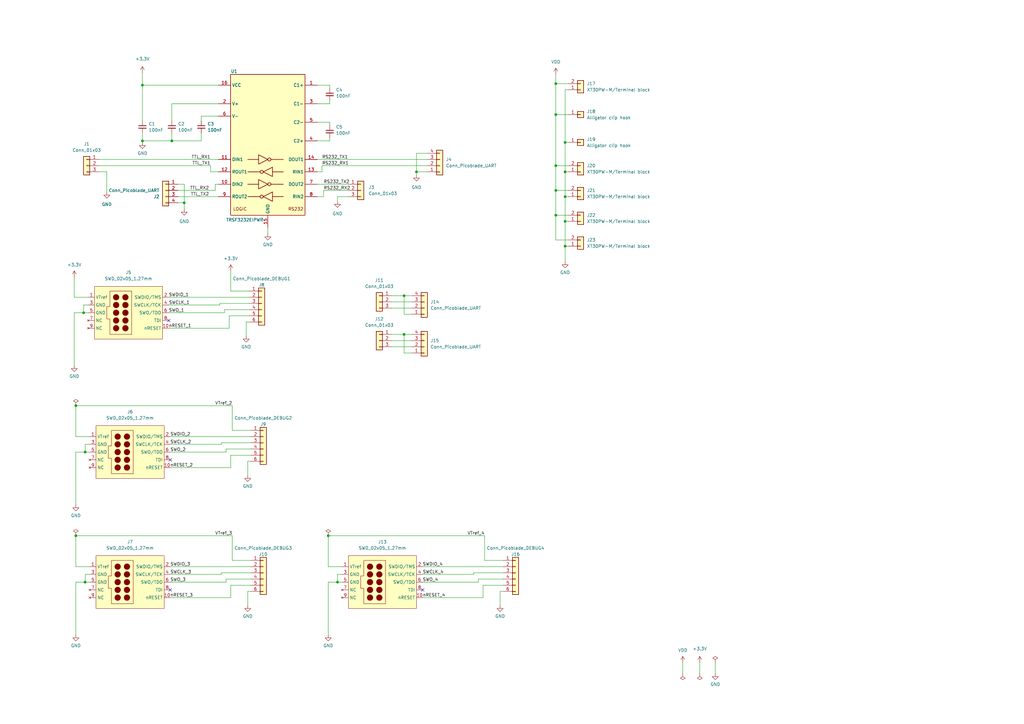
<source format=kicad_sch>
(kicad_sch (version 20211123) (generator eeschema)
  (paper "A3")
  (lib_symbols
    (symbol "0_connectors:SWD_02x05_1.27mm"
      (property "Reference" "J" (at -0.635 15.875 0))
      (property "Value" "SWD_02x05_1.27mm" (at 0 12.7 0))
      (symbol "SWD_02x05_1.27mm_0_0"
        (circle (center -5.08 -6.35) (radius 0.0001) (stroke (width 1.27)))
        (circle (center -5.08 -3.175) (radius 0.0001) (stroke (width 1.27)))
        (circle (center -5.08 0) (radius 0.0001) (stroke (width 1.27)))
        (circle (center -5.08 3.175) (radius 0.0001) (stroke (width 1.27)))
        (circle (center -5.08 6.35) (radius 0.0001) (stroke (width 1.27)))
        (circle (center -1.27 -6.35) (radius 0.0001) (stroke (width 1.27)))
        (circle (center -1.27 -3.175) (radius 0.0001) (stroke (width 1.27)))
        (circle (center -1.27 0) (radius 0.0001) (stroke (width 1.27)))
        (circle (center -1.27 3.175) (radius 0.0001) (stroke (width 1.27)))
        (circle (center -1.27 6.35) (radius 0.0001) (stroke (width 1.27)))
        (polyline (pts (xy -3.175 -10.795) (xy -13.97 -10.795) (xy -13.97 10.795) (xy 13.97 10.795) (xy 13.97 -10.795) (xy -3.175 -10.795)) (fill (type background)))
        (polyline (pts (xy 1.27 8.89) (xy -7.62 8.89) (xy -7.62 2.54) (xy -8.89 2.54) (xy -8.89 -2.54) (xy -7.62 -2.54) (xy -7.62 -8.89) (xy 1.27 -8.89)))
      )
      (symbol "SWD_02x05_1.27mm_0_1"
        (polyline (pts (xy 1.27 -8.89) (xy 1.27 8.89)))
      )
      (symbol "SWD_02x05_1.27mm_1_1"
        (pin power_in line (at -16.51 6.35 0) (length 2.54) (name "VTref") (number "1"))
        (pin bidirectional line (at 16.51 -6.35 180) (length 2.54) (name "nRESET") (number "10"))
        (pin bidirectional line (at 16.51 6.35 180) (length 2.54) (name "SWDIO/TMS") (number "2"))
        (pin power_in line (at -16.51 3.175 0) (length 2.54) (name "GND") (number "3"))
        (pin bidirectional line (at 16.51 3.175 180) (length 2.54) (name "SWCLK/TCK") (number "4"))
        (pin power_in line (at -16.51 0 0) (length 2.54) (name "GND") (number "5"))
        (pin input line (at 16.51 0 180) (length 2.54) (name "SWO/TDO") (number "6"))
        (pin no_connect line (at -16.51 -3.175 0) (length 2.54) (name "NC") (number "7"))
        (pin input line (at 16.51 -3.175 180) (length 2.54) (name "TDI") (number "8"))
        (pin no_connect line (at -16.51 -6.35 0) (length 2.54) (name "NC") (number "9"))
      )
    )
    (symbol "0_interface_uart:TRSF3232EIPWR"
      (property "Reference" "U" (at 0 0 0))
      (property "Value" "TRSF3232EIPWR" (at 0 0 0))
      (symbol "TRSF3232EIPWR_0_0"
        (text "LOGIC" (at -11.43 -27.94 0) (effects (font (size 1.27 1.27))))
        (text "RS232" (at 11.43 -27.94 0) (effects (font (size 1.27 1.27))))
      )
      (symbol "TRSF3232EIPWR_0_1"
        (rectangle (start -15.24 27.305) (end 15.24 -30.48) (stroke (width 0.254)) (fill (type background)))
        (circle (center -2.54 -22.86) (radius 0.635) (stroke (width 0.254)))
        (circle (center -2.54 -12.7) (radius 0.635) (stroke (width 0.254)))
        (polyline (pts (xy -3.81 -17.78) (xy -8.255 -17.78)) (stroke (width 0.254)))
        (polyline (pts (xy -3.81 -7.62) (xy -8.255 -7.62)) (stroke (width 0.254)))
        (polyline (pts (xy -3.175 -22.86) (xy -8.255 -22.86)) (stroke (width 0.254)))
        (polyline (pts (xy -3.175 -12.7) (xy -8.255 -12.7)) (stroke (width 0.254)))
        (polyline (pts (xy 1.27 -17.78) (xy 6.35 -17.78)) (stroke (width 0.254)))
        (polyline (pts (xy 1.27 -7.62) (xy 6.35 -7.62)) (stroke (width 0.254)))
        (polyline (pts (xy 1.905 -22.86) (xy 6.35 -22.86)) (stroke (width 0.254)))
        (polyline (pts (xy 1.905 -12.7) (xy 6.35 -12.7)) (stroke (width 0.254)))
        (polyline (pts (xy -3.81 -15.875) (xy -3.81 -19.685) (xy 0 -17.78) (xy -3.81 -15.875)) (stroke (width 0.254)))
        (polyline (pts (xy -3.81 -5.715) (xy -3.81 -9.525) (xy 0 -7.62) (xy -3.81 -5.715)) (stroke (width 0.254)))
        (polyline (pts (xy 1.905 -20.955) (xy 1.905 -24.765) (xy -1.905 -22.86) (xy 1.905 -20.955)) (stroke (width 0.254)))
        (polyline (pts (xy 1.905 -10.795) (xy 1.905 -14.605) (xy -1.905 -12.7) (xy 1.905 -10.795)) (stroke (width 0.254)))
        (circle (center 0.635 -17.78) (radius 0.635) (stroke (width 0.254)))
        (circle (center 0.635 -7.62) (radius 0.635) (stroke (width 0.254)))
      )
      (symbol "TRSF3232EIPWR_1_1"
        (pin passive line (at 20.32 22.86 180) (length 5.08) (name "C1+") (number "1"))
        (pin input line (at -20.32 -17.78 0) (length 5.08) (name "DIN2") (number "10"))
        (pin input line (at -20.32 -7.62 0) (length 5.08) (name "DIN1") (number "11"))
        (pin output line (at -20.32 -12.7 0) (length 5.08) (name "ROUT1") (number "12"))
        (pin input line (at 20.32 -12.7 180) (length 5.08) (name "RIN1") (number "13"))
        (pin output line (at 20.32 -7.62 180) (length 5.08) (name "DOUT1") (number "14"))
        (pin power_in line (at 0 -35.56 90) (length 5.08) (name "GND") (number "15"))
        (pin power_in line (at -20.32 22.86 0) (length 5.08) (name "VCC") (number "16"))
        (pin power_out line (at -20.32 15.24 0) (length 5.08) (name "V+") (number "2"))
        (pin passive line (at 20.32 15.24 180) (length 5.08) (name "C1-") (number "3"))
        (pin passive line (at 20.32 0 180) (length 5.08) (name "C2+") (number "4"))
        (pin passive line (at 20.32 7.62 180) (length 5.08) (name "C2-") (number "5"))
        (pin power_out line (at -20.32 10.16 0) (length 5.08) (name "V-") (number "6"))
        (pin output line (at 20.32 -17.78 180) (length 5.08) (name "DOUT2") (number "7"))
        (pin input line (at 20.32 -22.86 180) (length 5.08) (name "RIN2") (number "8"))
        (pin output line (at -20.32 -22.86 0) (length 5.08) (name "ROUT2") (number "9"))
      )
    )
    (symbol "Connector_Generic:Conn_01x01" (pin_names (offset 1.016) hide)
      (property "Reference" "J" (at 0 2.54 0))
      (property "Value" "Conn_01x01" (at 0 -2.54 0))
      (symbol "Conn_01x01_1_1"
        (rectangle (start -1.27 0.127) (end 0 -0.127) (stroke (width 0.1524)))
        (rectangle (start -1.27 1.27) (end 1.27 -1.27) (stroke (width 0.254)) (fill (type background)))
        (pin passive line (at -5.08 0 0) (length 3.81) (name "Pin_1") (number "1"))
      )
    )
    (symbol "Connector_Generic:Conn_01x02" (pin_names (offset 1.016) hide)
      (property "Reference" "J" (at 0 2.54 0))
      (property "Value" "Conn_01x02" (at 0 -5.08 0))
      (symbol "Conn_01x02_1_1"
        (rectangle (start -1.27 -2.413) (end 0 -2.667) (stroke (width 0.1524)))
        (rectangle (start -1.27 0.127) (end 0 -0.127) (stroke (width 0.1524)))
        (rectangle (start -1.27 1.27) (end 1.27 -3.81) (stroke (width 0.254)) (fill (type background)))
        (pin passive line (at -5.08 0 0) (length 3.81) (name "Pin_1") (number "1"))
        (pin passive line (at -5.08 -2.54 0) (length 3.81) (name "Pin_2") (number "2"))
      )
    )
    (symbol "Connector_Generic:Conn_01x03" (pin_names (offset 1.016) hide)
      (property "Reference" "J" (at 0 5.08 0))
      (property "Value" "Conn_01x03" (at 0 -5.08 0))
      (symbol "Conn_01x03_1_1"
        (rectangle (start -1.27 -2.413) (end 0 -2.667) (stroke (width 0.1524)))
        (rectangle (start -1.27 0.127) (end 0 -0.127) (stroke (width 0.1524)))
        (rectangle (start -1.27 2.667) (end 0 2.413) (stroke (width 0.1524)))
        (rectangle (start -1.27 3.81) (end 1.27 -3.81) (stroke (width 0.254)) (fill (type background)))
        (pin passive line (at -5.08 2.54 0) (length 3.81) (name "Pin_1") (number "1"))
        (pin passive line (at -5.08 0 0) (length 3.81) (name "Pin_2") (number "2"))
        (pin passive line (at -5.08 -2.54 0) (length 3.81) (name "Pin_3") (number "3"))
      )
    )
    (symbol "Connector_Generic:Conn_01x04" (pin_names (offset 1.016) hide)
      (property "Reference" "J" (at 0 5.08 0))
      (property "Value" "Conn_01x04" (at 0 -7.62 0))
      (symbol "Conn_01x04_1_1"
        (rectangle (start -1.27 -4.953) (end 0 -5.207) (stroke (width 0.1524)))
        (rectangle (start -1.27 -2.413) (end 0 -2.667) (stroke (width 0.1524)))
        (rectangle (start -1.27 0.127) (end 0 -0.127) (stroke (width 0.1524)))
        (rectangle (start -1.27 2.667) (end 0 2.413) (stroke (width 0.1524)))
        (rectangle (start -1.27 3.81) (end 1.27 -6.35) (stroke (width 0.254)) (fill (type background)))
        (pin passive line (at -5.08 2.54 0) (length 3.81) (name "Pin_1") (number "1"))
        (pin passive line (at -5.08 0 0) (length 3.81) (name "Pin_2") (number "2"))
        (pin passive line (at -5.08 -2.54 0) (length 3.81) (name "Pin_3") (number "3"))
        (pin passive line (at -5.08 -5.08 0) (length 3.81) (name "Pin_4") (number "4"))
      )
    )
    (symbol "Connector_Generic:Conn_01x06" (pin_names (offset 1.016) hide)
      (property "Reference" "J" (at 0 7.62 0))
      (property "Value" "Conn_01x06" (at 0 -10.16 0))
      (symbol "Conn_01x06_1_1"
        (rectangle (start -1.27 -7.493) (end 0 -7.747) (stroke (width 0.1524)))
        (rectangle (start -1.27 -4.953) (end 0 -5.207) (stroke (width 0.1524)))
        (rectangle (start -1.27 -2.413) (end 0 -2.667) (stroke (width 0.1524)))
        (rectangle (start -1.27 0.127) (end 0 -0.127) (stroke (width 0.1524)))
        (rectangle (start -1.27 2.667) (end 0 2.413) (stroke (width 0.1524)))
        (rectangle (start -1.27 5.207) (end 0 4.953) (stroke (width 0.1524)))
        (rectangle (start -1.27 6.35) (end 1.27 -8.89) (stroke (width 0.254)) (fill (type background)))
        (pin passive line (at -5.08 5.08 0) (length 3.81) (name "Pin_1") (number "1"))
        (pin passive line (at -5.08 2.54 0) (length 3.81) (name "Pin_2") (number "2"))
        (pin passive line (at -5.08 0 0) (length 3.81) (name "Pin_3") (number "3"))
        (pin passive line (at -5.08 -2.54 0) (length 3.81) (name "Pin_4") (number "4"))
        (pin passive line (at -5.08 -5.08 0) (length 3.81) (name "Pin_5") (number "5"))
        (pin passive line (at -5.08 -7.62 0) (length 3.81) (name "Pin_6") (number "6"))
      )
    )
    (symbol "Device:C_Small" (pin_numbers hide) (pin_names (offset 0.254) hide)
      (property "Reference" "C" (at 0.254 1.778 0))
      (property "Value" "C_Small" (at 0.254 -2.032 0))
      (symbol "C_Small_0_1"
        (polyline (pts (xy -1.524 -0.508) (xy 1.524 -0.508)) (stroke (width 0.3302)))
        (polyline (pts (xy -1.524 0.508) (xy 1.524 0.508)) (stroke (width 0.3048)))
      )
      (symbol "C_Small_1_1"
        (pin passive line (at 0 2.54 270) (length 2.032) (name "~") (number "1"))
        (pin passive line (at 0 -2.54 90) (length 2.032) (name "~") (number "2"))
      )
    )
    (symbol "power:+3.3V" (power) (pin_names (offset 0))
      (property "Value" "+3.3V" (at 0 3.556 0))
      (symbol "+3.3V_0_1"
        (polyline (pts (xy -0.762 1.27) (xy 0 2.54)))
        (polyline (pts (xy 0 0) (xy 0 2.54)))
        (polyline (pts (xy 0 2.54) (xy 0.762 1.27)))
      )
      (symbol "+3.3V_1_1"
        (pin power_in line (at 0 0 90) (length 0) hide (name "+3.3V") (number "1"))
      )
    )
    (symbol "power:GND" (power) (pin_names (offset 0))
      (property "Value" "GND" (at 0 -3.81 0))
      (symbol "GND_0_1"
        (polyline (pts (xy 0 0) (xy 0 -1.27) (xy 1.27 -1.27) (xy 0 -2.54) (xy -1.27 -1.27) (xy 0 -1.27)))
      )
      (symbol "GND_1_1"
        (pin power_in line (at 0 0 270) (length 0) hide (name "GND") (number "1"))
      )
    )
    (symbol "power:PWR_FLAG" (power) (pin_numbers hide) (pin_names (offset 0) hide)
      (property "Value" "PWR_FLAG" (at 0 3.81 0))
      (symbol "PWR_FLAG_0_0"
        (pin power_out line (at 0 0 90) (length 0) (name "pwr") (number "1"))
      )
      (symbol "PWR_FLAG_0_1"
        (polyline (pts (xy 0 0) (xy 0 1.27) (xy -1.016 1.905) (xy 0 2.54) (xy 1.016 1.905) (xy 0 1.27)))
      )
    )
    (symbol "power:VDD" (power) (pin_names (offset 0))
      (property "Value" "VDD" (at 0 3.81 0))
      (symbol "VDD_0_1"
        (polyline (pts (xy -0.762 1.27) (xy 0 2.54)))
        (polyline (pts (xy 0 0) (xy 0 2.54)))
        (polyline (pts (xy 0 2.54) (xy 0.762 1.27)))
      )
      (symbol "VDD_1_1"
        (pin power_in line (at 0 0 90) (length 0) hide (name "VDD") (number "1"))
      )
    )
  )
  (junction (at 227.965 46.99))
  (junction (at 75.565 83.185))
  (junction (at 231.775 80.645))
  (junction (at 227.965 88.265))
  (junction (at 134.62 219.71))
  (junction (at 58.42 34.925))
  (junction (at 58.42 57.785))
  (junction (at 34.925 185.42))
  (junction (at 70.485 57.785))
  (junction (at 227.965 34.29))
  (junction (at 34.925 238.76))
  (junction (at 231.775 70.485))
  (junction (at 170.815 70.485))
  (junction (at 138.43 238.76))
  (junction (at 231.775 58.42))
  (junction (at 31.115 219.71))
  (junction (at 31.115 166.37))
  (junction (at 231.775 100.965))
  (junction (at 227.965 78.105))
  (junction (at 231.775 90.805))
  (junction (at 165.735 137.16))
  (junction (at 227.965 67.945))
  (junction (at 34.29 128.27))
  (junction (at 165.735 121.285))
  (no_connect (at 173.355 241.935))
  (no_connect (at 69.215 131.445))
  (no_connect (at 69.85 188.595))
  (no_connect (at 69.85 241.935))
  (wire (pts (xy 233.045 34.29) (xy 227.965 34.29)))
  (wire (pts (xy 69.215 121.92) (xy 102.235 121.92)))
  (wire (pts (xy 58.42 49.53) (xy 58.42 34.925)))
  (wire (pts (xy 86.36 70.485) (xy 89.535 70.485)))
  (wire (pts (xy 34.925 235.585) (xy 34.925 238.76)))
  (wire (pts (xy 90.805 181.61) (xy 102.87 181.61)))
  (wire (pts (xy 36.83 235.585) (xy 34.925 235.585)))
  (wire (pts (xy 31.115 238.76) (xy 34.925 238.76)))
  (wire (pts (xy 31.115 185.42) (xy 34.925 185.42)))
  (wire (pts (xy 69.85 238.76) (xy 92.71 238.76)))
  (wire (pts (xy 30.48 121.92) (xy 36.195 121.92)))
  (wire (pts (xy 227.965 98.425) (xy 227.965 88.265)))
  (wire (pts (xy 170.815 70.485) (xy 170.815 62.865)))
  (wire (pts (xy 94.615 186.69) (xy 102.87 186.69)))
  (wire (pts (xy 69.85 232.41) (xy 102.87 232.41)))
  (wire (pts (xy 31.115 166.37) (xy 31.115 179.07)))
  (wire (pts (xy 31.115 185.42) (xy 31.115 207.01)))
  (wire (pts (xy 227.965 46.99) (xy 227.965 67.945)))
  (wire (pts (xy 168.91 144.78) (xy 165.735 144.78)))
  (wire (pts (xy 82.55 54.61) (xy 82.55 57.785)))
  (wire (pts (xy 205.105 242.57) (xy 206.375 242.57)))
  (wire (pts (xy 88.265 75.565) (xy 89.535 75.565)))
  (wire (pts (xy 231.775 36.83) (xy 231.775 58.42)))
  (wire (pts (xy 31.115 166.37) (xy 95.25 166.37)))
  (wire (pts (xy 90.805 234.95) (xy 102.87 234.95)))
  (wire (pts (xy 173.355 245.11) (xy 198.12 245.11)))
  (wire (pts (xy 227.965 88.265) (xy 227.965 78.105)))
  (wire (pts (xy 101.6 194.945) (xy 101.6 189.23)))
  (wire (pts (xy 227.965 46.99) (xy 233.045 46.99)))
  (wire (pts (xy 94.615 119.38) (xy 102.235 119.38)))
  (wire (pts (xy 100.965 132.08) (xy 102.235 132.08)))
  (wire (pts (xy 92.075 127) (xy 102.235 127)))
  (wire (pts (xy 31.115 232.41) (xy 36.83 232.41)))
  (wire (pts (xy 227.965 88.265) (xy 233.045 88.265)))
  (wire (pts (xy 109.855 93.345) (xy 109.855 95.885)))
  (wire (pts (xy 69.85 182.245) (xy 90.805 182.245)))
  (wire (pts (xy 227.965 67.945) (xy 233.045 67.945)))
  (wire (pts (xy 30.48 128.27) (xy 30.48 149.86)))
  (wire (pts (xy 90.805 181.61) (xy 90.805 182.245)))
  (wire (pts (xy 94.615 111.125) (xy 94.615 119.38)))
  (wire (pts (xy 69.85 245.11) (xy 94.615 245.11)))
  (wire (pts (xy 95.25 176.53) (xy 102.87 176.53)))
  (wire (pts (xy 88.265 78.105) (xy 88.265 75.565)))
  (wire (pts (xy 160.655 123.825) (xy 168.91 123.825)))
  (wire (pts (xy 231.775 80.645) (xy 233.045 80.645)))
  (wire (pts (xy 90.17 124.46) (xy 102.235 124.46)))
  (wire (pts (xy 231.775 58.42) (xy 231.775 70.485)))
  (wire (pts (xy 94.615 240.03) (xy 102.87 240.03)))
  (wire (pts (xy 69.215 134.62) (xy 93.98 134.62)))
  (wire (pts (xy 165.735 128.905) (xy 165.735 121.285)))
  (wire (pts (xy 134.62 219.71) (xy 198.755 219.71)))
  (wire (pts (xy 130.175 75.565) (xy 142.875 75.565)))
  (wire (pts (xy 231.775 58.42) (xy 233.045 58.42)))
  (wire (pts (xy 168.91 128.905) (xy 165.735 128.905)))
  (wire (pts (xy 293.37 271.78) (xy 293.37 276.225)))
  (wire (pts (xy 135.255 50.165) (xy 135.255 51.435)))
  (wire (pts (xy 93.98 129.54) (xy 102.235 129.54)))
  (wire (pts (xy 227.965 78.105) (xy 227.965 67.945)))
  (wire (pts (xy 138.43 80.645) (xy 142.875 80.645)))
  (wire (pts (xy 205.105 248.285) (xy 205.105 242.57)))
  (wire (pts (xy 95.25 166.37) (xy 95.25 176.53)))
  (wire (pts (xy 92.71 237.49) (xy 92.71 238.76)))
  (wire (pts (xy 36.195 125.095) (xy 34.29 125.095)))
  (wire (pts (xy 58.42 54.61) (xy 58.42 57.785)))
  (wire (pts (xy 134.62 238.76) (xy 138.43 238.76)))
  (wire (pts (xy 231.775 100.965) (xy 233.045 100.965)))
  (wire (pts (xy 135.255 57.785) (xy 130.175 57.785)))
  (wire (pts (xy 92.71 184.15) (xy 102.87 184.15)))
  (wire (pts (xy 170.815 70.485) (xy 175.26 70.485)))
  (wire (pts (xy 196.215 237.49) (xy 196.215 238.76)))
  (wire (pts (xy 40.64 65.405) (xy 89.535 65.405)))
  (wire (pts (xy 130.175 70.485) (xy 132.08 70.485)))
  (wire (pts (xy 90.805 234.95) (xy 90.805 235.585)))
  (wire (pts (xy 100.965 137.795) (xy 100.965 132.08)))
  (wire (pts (xy 31.115 179.07) (xy 36.83 179.07)))
  (wire (pts (xy 135.255 41.275) (xy 135.255 42.545)))
  (wire (pts (xy 70.485 49.53) (xy 70.485 42.545)))
  (wire (pts (xy 69.85 179.07) (xy 102.87 179.07)))
  (wire (pts (xy 227.965 34.29) (xy 227.965 46.99)))
  (wire (pts (xy 69.85 235.585) (xy 90.805 235.585)))
  (wire (pts (xy 173.355 235.585) (xy 194.31 235.585)))
  (wire (pts (xy 173.355 238.76) (xy 196.215 238.76)))
  (wire (pts (xy 135.255 56.515) (xy 135.255 57.785)))
  (wire (pts (xy 93.98 129.54) (xy 93.98 134.62)))
  (wire (pts (xy 34.29 125.095) (xy 34.29 128.27)))
  (wire (pts (xy 130.175 50.165) (xy 135.255 50.165)))
  (wire (pts (xy 130.175 34.925) (xy 135.255 34.925)))
  (wire (pts (xy 69.85 185.42) (xy 92.71 185.42)))
  (wire (pts (xy 134.62 238.76) (xy 134.62 260.35)))
  (wire (pts (xy 70.485 42.545) (xy 89.535 42.545)))
  (wire (pts (xy 34.925 185.42) (xy 36.83 185.42)))
  (wire (pts (xy 132.08 67.945) (xy 132.08 70.485)))
  (wire (pts (xy 132.08 67.945) (xy 175.26 67.945)))
  (wire (pts (xy 34.29 128.27) (xy 36.195 128.27)))
  (wire (pts (xy 198.755 229.87) (xy 206.375 229.87)))
  (wire (pts (xy 31.115 219.71) (xy 95.25 219.71)))
  (wire (pts (xy 198.12 240.03) (xy 198.12 245.11)))
  (wire (pts (xy 227.965 30.48) (xy 227.965 34.29)))
  (wire (pts (xy 134.62 232.41) (xy 140.335 232.41)))
  (wire (pts (xy 165.735 121.285) (xy 168.91 121.285)))
  (wire (pts (xy 43.815 78.74) (xy 43.815 70.485)))
  (wire (pts (xy 132.715 78.105) (xy 132.715 80.645)))
  (wire (pts (xy 138.43 238.76) (xy 140.335 238.76)))
  (wire (pts (xy 138.43 235.585) (xy 138.43 238.76)))
  (wire (pts (xy 227.965 78.105) (xy 233.045 78.105)))
  (wire (pts (xy 40.64 67.945) (xy 86.36 67.945)))
  (wire (pts (xy 231.775 80.645) (xy 231.775 70.485)))
  (wire (pts (xy 160.655 121.285) (xy 165.735 121.285)))
  (wire (pts (xy 69.85 191.77) (xy 94.615 191.77)))
  (wire (pts (xy 82.55 47.625) (xy 89.535 47.625)))
  (wire (pts (xy 94.615 240.03) (xy 94.615 245.11)))
  (wire (pts (xy 58.42 29.845) (xy 58.42 34.925)))
  (wire (pts (xy 92.075 127) (xy 92.075 128.27)))
  (wire (pts (xy 196.215 237.49) (xy 206.375 237.49)))
  (wire (pts (xy 92.71 237.49) (xy 102.87 237.49)))
  (wire (pts (xy 132.715 80.645) (xy 130.175 80.645)))
  (wire (pts (xy 69.215 128.27) (xy 92.075 128.27)))
  (wire (pts (xy 30.48 128.27) (xy 34.29 128.27)))
  (wire (pts (xy 173.355 232.41) (xy 206.375 232.41)))
  (wire (pts (xy 231.775 90.805) (xy 231.775 80.645)))
  (wire (pts (xy 140.335 235.585) (xy 138.43 235.585)))
  (wire (pts (xy 134.62 219.71) (xy 134.62 232.41)))
  (wire (pts (xy 94.615 186.69) (xy 94.615 191.77)))
  (wire (pts (xy 160.655 137.16) (xy 165.735 137.16)))
  (wire (pts (xy 31.115 219.71) (xy 31.115 232.41)))
  (wire (pts (xy 101.6 189.23) (xy 102.87 189.23)))
  (wire (pts (xy 73.025 78.105) (xy 88.265 78.105)))
  (wire (pts (xy 70.485 54.61) (xy 70.485 57.785)))
  (wire (pts (xy 30.48 113.665) (xy 30.48 121.92)))
  (wire (pts (xy 142.875 78.105) (xy 132.715 78.105)))
  (wire (pts (xy 101.6 242.57) (xy 102.87 242.57)))
  (wire (pts (xy 73.025 80.645) (xy 89.535 80.645)))
  (wire (pts (xy 70.485 57.785) (xy 58.42 57.785)))
  (wire (pts (xy 43.815 70.485) (xy 40.64 70.485)))
  (wire (pts (xy 90.17 124.46) (xy 90.17 125.095)))
  (wire (pts (xy 135.255 34.925) (xy 135.255 36.195)))
  (wire (pts (xy 233.045 90.805) (xy 231.775 90.805)))
  (wire (pts (xy 280.035 271.78) (xy 280.035 276.225)))
  (wire (pts (xy 75.565 83.185) (xy 73.025 83.185)))
  (wire (pts (xy 160.655 126.365) (xy 168.91 126.365)))
  (wire (pts (xy 34.925 182.245) (xy 34.925 185.42)))
  (wire (pts (xy 95.25 229.87) (xy 102.87 229.87)))
  (wire (pts (xy 75.565 83.185) (xy 75.565 85.725)))
  (wire (pts (xy 165.735 144.78) (xy 165.735 137.16)))
  (wire (pts (xy 160.655 139.7) (xy 168.91 139.7)))
  (wire (pts (xy 165.735 137.16) (xy 168.91 137.16)))
  (wire (pts (xy 92.71 184.15) (xy 92.71 185.42)))
  (wire (pts (xy 135.255 42.545) (xy 130.175 42.545)))
  (wire (pts (xy 138.43 82.55) (xy 138.43 80.645)))
  (wire (pts (xy 194.31 234.95) (xy 206.375 234.95)))
  (wire (pts (xy 101.6 248.285) (xy 101.6 242.57)))
  (wire (pts (xy 82.55 57.785) (xy 70.485 57.785)))
  (wire (pts (xy 58.42 34.925) (xy 89.535 34.925)))
  (wire (pts (xy 31.115 238.76) (xy 31.115 260.35)))
  (wire (pts (xy 231.775 90.805) (xy 231.775 100.965)))
  (wire (pts (xy 287.02 276.225) (xy 287.02 271.78)))
  (wire (pts (xy 36.83 182.245) (xy 34.925 182.245)))
  (wire (pts (xy 69.215 125.095) (xy 90.17 125.095)))
  (wire (pts (xy 170.815 70.485) (xy 170.815 71.755)))
  (wire (pts (xy 231.775 70.485) (xy 233.045 70.485)))
  (wire (pts (xy 227.965 98.425) (xy 233.045 98.425)))
  (wire (pts (xy 58.42 57.785) (xy 58.42 58.42)))
  (wire (pts (xy 198.12 240.03) (xy 206.375 240.03)))
  (wire (pts (xy 170.815 62.865) (xy 175.26 62.865)))
  (wire (pts (xy 231.775 100.965) (xy 231.775 107.315)))
  (wire (pts (xy 233.045 36.83) (xy 231.775 36.83)))
  (wire (pts (xy 160.655 142.24) (xy 168.91 142.24)))
  (wire (pts (xy 73.025 75.565) (xy 75.565 75.565)))
  (wire (pts (xy 86.36 67.945) (xy 86.36 70.485)))
  (wire (pts (xy 194.31 234.95) (xy 194.31 235.585)))
  (wire (pts (xy 95.25 219.71) (xy 95.25 229.87)))
  (wire (pts (xy 130.175 65.405) (xy 175.26 65.405)))
  (wire (pts (xy 82.55 49.53) (xy 82.55 47.625)))
  (wire (pts (xy 34.925 238.76) (xy 36.83 238.76)))
  (wire (pts (xy 75.565 75.565) (xy 75.565 83.185)))
  (wire (pts (xy 198.755 219.71) (xy 198.755 229.87)))
  (label "SWCLK_2" (at 69.85 182.245 0))
  (label "SWDIO_3" (at 69.85 232.41 0))
  (label "RS232_RX1" (at 132.08 67.945 0))
  (label "RS232_TX1" (at 132.08 65.405 0))
  (label "VTref_4" (at 198.755 219.71 180))
  (label "VTref_2" (at 95.25 166.37 180))
  (label "nRESET_1" (at 69.215 134.62 0))
  (label "SWDIO_1" (at 69.215 121.92 0))
  (label "SWO_4" (at 173.355 238.76 0))
  (label "SWCLK_1" (at 69.215 125.095 0))
  (label "SWCLK_3" (at 69.85 235.585 0))
  (label "SWO_2" (at 69.85 185.42 0))
  (label "TTL_RX1" (at 86.36 65.405 180))
  (label "nRESET_4" (at 173.355 245.11 0))
  (label "TTL_TX1" (at 86.36 67.945 180))
  (label "SWCLK_4" (at 173.355 235.585 0))
  (label "VTref_3" (at 95.25 219.71 180))
  (label "SWO_1" (at 69.215 128.27 0))
  (label "SWO_3" (at 69.85 238.76 0))
  (label "SWDIO_4" (at 173.355 232.41 0))
  (label "SWDIO_2" (at 69.85 179.07 0))
  (label "RS232_TX2" (at 132.715 75.565 0))
  (label "nRESET_2" (at 69.85 191.77 0))
  (label "TTL_TX2" (at 85.725 80.645 180))
  (label "TTL_RX2" (at 85.725 78.105 180))
  (label "nRESET_3" (at 69.85 245.11 0))
  (label "RS232_RX2" (at 132.715 78.105 0))
  (symbol (lib_id "Connector_Generic:Conn_01x06") (at 107.95 181.61 0) (unit 1)
    (property "Reference" "J9" (at 107.95 173.99 0))
    (property "Value" "Conn_Picoblade_DEBUG2" (at 107.95 171.45 0))
    (property "Footprint" "0_connectors:Molex_PicoBlade_53047-0610_1x06_P1.25mm_Vertical" (effects hide))
    (property "Datasheet" "https://www.molex.com/pdm_docs/sd/530470610_sd.pdf" (effects hide))
    (property "Manufacturer ref" "0530470610" (effects hide))
    (property "Digikey ref" "WM1735-ND" (effects hide))
  )
  (symbol (lib_id "power:+3.3V") (at 287.02 271.78 0) (unit 1)
    (property "Reference" "#PWR0109" (effects hide))
    (property "Value" "+3.3V" (at 287.02 266.065 0))
  )
  (symbol (lib_id "0_connectors:SWD_02x05_1.27mm") (at 156.845 238.76 0) (unit 1)
    (property "Reference" "J13" (at 156.845 222.25 0))
    (property "Value" "SWD_02x05_1.27mm" (at 156.845 224.79 0))
    (property "Footprint" "0_connectors:3220-10-0100-00" (effects hide))
    (property "Datasheet" "http://www.cnctech.us/pdfs/3220-XX-0100-00_.pdf" (effects hide))
    (property "Manufacturer ref" "3220-10-0100-00" (effects hide))
    (property "Digikey ref" "1175-1627-ND" (effects hide))
  )
  (symbol (lib_id "Connector_Generic:Conn_01x03") (at 35.56 67.945 0) (mirror y) (unit 1)
    (property "Reference" "J1" (at 35.56 59.055 0))
    (property "Value" "Conn_01x03" (at 35.56 61.595 0))
    (property "Footprint" "Connector_PinHeader_2.54mm:PinHeader_1x03_P2.54mm_Vertical" (effects hide))
  )
  (symbol (lib_id "Connector_Generic:Conn_01x02") (at 238.125 70.485 0) (mirror x) (unit 1)
    (property "Reference" "J20" (at 240.665 67.945 0) (effects (justify left)))
    (property "Value" "XT30PW-M/Terminal block" (at 240.665 70.485 0) (effects (justify left)))
    (property "Footprint" "0_connectors:AMASS_XT30PW-M_1x02_P2.50mm_Horizontal" (effects hide))
    (property "Datasheet" "https://www.tme.eu/Document/6eb2005a51a52592b3f19e8a450c54c8/XT30PW-M.pdf" (effects hide))
    (property "Manufacturer ref" "XT30PW-M" (effects hide))
    (property "TME ref" "XT30PW-M" (effects hide))
  )
  (symbol (lib_id "Device:C_Small") (at 58.42 52.07 0) (unit 1)
    (property "Reference" "C1" (at 60.96 50.8062 0) (effects (justify left)))
    (property "Value" "100nF" (at 60.96 53.3462 0) (effects (justify left)))
    (property "Footprint" "Capacitor_SMD:C_0603_1608Metric" (effects hide))
  )
  (symbol (lib_id "power:GND") (at 31.115 207.01 0) (unit 1)
    (property "Reference" "#PWR03" (effects hide))
    (property "Value" "GND" (at 31.115 211.455 0))
  )
  (symbol (lib_id "0_connectors:SWD_02x05_1.27mm") (at 53.34 238.76 0) (unit 1)
    (property "Reference" "J7" (at 53.34 222.25 0))
    (property "Value" "SWD_02x05_1.27mm" (at 53.34 224.79 0))
    (property "Footprint" "0_connectors:3220-10-0100-00" (effects hide))
    (property "Datasheet" "http://www.cnctech.us/pdfs/3220-XX-0100-00_.pdf" (effects hide))
    (property "Manufacturer ref" "3220-10-0100-00" (effects hide))
    (property "Digikey ref" "1175-1627-ND" (effects hide))
  )
  (symbol (lib_id "power:GND") (at 30.48 149.86 0) (unit 1)
    (property "Reference" "#PWR02" (effects hide))
    (property "Value" "GND" (at 30.48 154.305 0))
  )
  (symbol (lib_id "power:GND") (at 101.6 248.285 0) (unit 1)
    (property "Reference" "#PWR08" (effects hide))
    (property "Value" "GND" (at 101.6 252.73 0))
  )
  (symbol (lib_id "power:GND") (at 43.815 78.74 0) (unit 1)
    (property "Reference" "#PWR0102" (effects hide))
    (property "Value" "GND" (at 43.815 83.82 0))
  )
  (symbol (lib_id "power:VDD") (at 227.965 30.48 0) (unit 1)
    (property "Reference" "#PWR011" (effects hide))
    (property "Value" "VDD" (at 227.965 25.4 0))
  )
  (symbol (lib_id "Device:C_Small") (at 135.255 38.735 0) (unit 1)
    (property "Reference" "C4" (at 137.795 36.83 0) (effects (justify left)))
    (property "Value" "100nF" (at 137.795 39.37 0) (effects (justify left)))
    (property "Footprint" "Capacitor_SMD:C_0603_1608Metric" (effects hide))
  )
  (symbol (lib_id "Connector_Generic:Conn_01x04") (at 173.99 126.365 0) (mirror x) (unit 1)
    (property "Reference" "J14" (at 176.53 123.825 0) (effects (justify left)))
    (property "Value" "Conn_Picoblade_UART" (at 176.53 126.365 0) (effects (justify left)))
    (property "Footprint" "0_connectors:Molex_PicoBlade_53047-0410_1x04_P1.25mm_Vertical" (effects hide))
    (property "Datasheet" "https://www.molex.com/pdm_docs/sd/530470410_sd.pdf" (effects hide))
    (property "Manufacturer ref" "0530470410" (effects hide))
    (property "Digikey ref" "WM1733-ND" (effects hide))
  )
  (symbol (lib_id "power:GND") (at 31.115 260.35 0) (unit 1)
    (property "Reference" "#PWR04" (effects hide))
    (property "Value" "GND" (at 31.115 264.795 0))
  )
  (symbol (lib_id "Connector_Generic:Conn_01x06") (at 211.455 234.95 0) (unit 1)
    (property "Reference" "J16" (at 211.455 227.33 0))
    (property "Value" "Conn_Picoblade_DEBUG4" (at 211.455 224.79 0))
    (property "Footprint" "0_connectors:Molex_PicoBlade_53047-0610_1x06_P1.25mm_Vertical" (effects hide))
    (property "Datasheet" "https://www.molex.com/pdm_docs/sd/530470610_sd.pdf" (effects hide))
    (property "Manufacturer ref" "0530470610" (effects hide))
    (property "Digikey ref" "WM1735-ND" (effects hide))
  )
  (symbol (lib_id "Connector_Generic:Conn_01x06") (at 107.95 234.95 0) (unit 1)
    (property "Reference" "J10" (at 107.95 227.33 0))
    (property "Value" "Conn_Picoblade_DEBUG3" (at 107.95 224.79 0))
    (property "Footprint" "0_connectors:Molex_PicoBlade_53047-0610_1x06_P1.25mm_Vertical" (effects hide))
    (property "Datasheet" "https://www.molex.com/pdm_docs/sd/530470610_sd.pdf" (effects hide))
    (property "Manufacturer ref" "0530470610" (effects hide))
    (property "Digikey ref" "WM1735-ND" (effects hide))
  )
  (symbol (lib_id "power:GND") (at 101.6 194.945 0) (unit 1)
    (property "Reference" "#PWR07" (effects hide))
    (property "Value" "GND" (at 101.6 199.39 0))
  )
  (symbol (lib_id "Connector_Generic:Conn_01x04") (at 67.945 78.105 0) (mirror y) (unit 1)
    (property "Reference" "J2" (at 65.405 80.645 0) (effects (justify left)))
    (property "Value" "Conn_Picoblade_UART" (at 65.405 78.105 0) (effects (justify left)))
    (property "Footprint" "0_connectors:Molex_PicoBlade_53047-0410_1x04_P1.25mm_Vertical" (effects hide))
    (property "Datasheet" "https://www.molex.com/pdm_docs/sd/530470410_sd.pdf" (effects hide))
    (property "Manufacturer ref" "0530470410" (effects hide))
    (property "Digikey ref" "WM1733-ND" (effects hide))
  )
  (symbol (lib_id "power:GND") (at 170.815 71.755 0) (unit 1)
    (property "Reference" "#PWR0104" (effects hide))
    (property "Value" "GND" (at 170.815 76.835 0))
  )
  (symbol (lib_id "power:PWR_FLAG") (at 287.02 276.225 180) (unit 1)
    (property "Reference" "#FLG0101" (effects hide))
    (property "Value" "PWR_FLAG" (effects hide))
  )
  (symbol (lib_id "0_connectors:SWD_02x05_1.27mm") (at 53.34 185.42 0) (unit 1)
    (property "Reference" "J6" (at 53.34 168.91 0))
    (property "Value" "SWD_02x05_1.27mm" (at 53.34 171.45 0))
    (property "Footprint" "0_connectors:3220-10-0100-00" (effects hide))
    (property "Datasheet" "http://www.cnctech.us/pdfs/3220-XX-0100-00_.pdf" (effects hide))
    (property "Manufacturer ref" "3220-10-0100-00" (effects hide))
    (property "Digikey ref" "1175-1627-ND" (effects hide))
  )
  (symbol (lib_id "power:GND") (at 100.965 137.795 0) (unit 1)
    (property "Reference" "#PWR06" (effects hide))
    (property "Value" "GND" (at 100.965 142.24 0))
  )
  (symbol (lib_id "power:PWR_FLAG") (at 31.115 219.71 0) (unit 1)
    (property "Reference" "#FLG0105" (effects hide))
    (property "Value" "PWR_FLAG" (effects hide))
  )
  (symbol (lib_id "Connector_Generic:Conn_01x04") (at 173.99 142.24 0) (mirror x) (unit 1)
    (property "Reference" "J15" (at 176.53 139.7 0) (effects (justify left)))
    (property "Value" "Conn_Picoblade_UART" (at 176.53 142.24 0) (effects (justify left)))
    (property "Footprint" "0_connectors:Molex_PicoBlade_53047-0410_1x04_P1.25mm_Vertical" (effects hide))
    (property "Datasheet" "https://www.molex.com/pdm_docs/sd/530470410_sd.pdf" (effects hide))
    (property "Manufacturer ref" "0530470410" (effects hide))
    (property "Digikey ref" "WM1733-ND" (effects hide))
  )
  (symbol (lib_id "Connector_Generic:Conn_01x01") (at 238.125 46.99 0) (unit 1) (in_bom no)
    (property "Reference" "J18" (at 240.665 45.7199 0) (effects (justify left)))
    (property "Value" "Alligator clip hook" (at 240.665 48.2599 0) (effects (justify left)))
    (property "Footprint" "0_various:Alligator_clip_hook" (effects hide))
  )
  (symbol (lib_id "Connector_Generic:Conn_01x02") (at 238.125 90.805 0) (mirror x) (unit 1)
    (property "Reference" "J22" (at 240.665 88.265 0) (effects (justify left)))
    (property "Value" "XT30PW-M/Terminal block" (at 240.665 90.805 0) (effects (justify left)))
    (property "Footprint" "0_connectors:AMASS_XT30PW-M_1x02_P2.50mm_Horizontal" (effects hide))
    (property "Datasheet" "https://www.tme.eu/Document/6eb2005a51a52592b3f19e8a450c54c8/XT30PW-M.pdf" (effects hide))
    (property "Manufacturer ref" "XT30PW-M" (effects hide))
    (property "TME ref" "XT30PW-M" (effects hide))
  )
  (symbol (lib_id "power:+3.3V") (at 30.48 113.665 0) (unit 1)
    (property "Reference" "#PWR01" (effects hide))
    (property "Value" "+3.3V" (at 30.48 108.585 0))
  )
  (symbol (lib_id "Connector_Generic:Conn_01x02") (at 238.125 80.645 0) (mirror x) (unit 1)
    (property "Reference" "J21" (at 240.665 78.105 0) (effects (justify left)))
    (property "Value" "XT30PW-M/Terminal block" (at 240.665 80.645 0) (effects (justify left)))
    (property "Footprint" "0_connectors:AMASS_XT30PW-M_1x02_P2.50mm_Horizontal" (effects hide))
    (property "Datasheet" "https://www.tme.eu/Document/6eb2005a51a52592b3f19e8a450c54c8/XT30PW-M.pdf" (effects hide))
    (property "Manufacturer ref" "XT30PW-M" (effects hide))
    (property "TME ref" "XT30PW-M" (effects hide))
  )
  (symbol (lib_id "power:GND") (at 58.42 58.42 0) (unit 1)
    (property "Reference" "#PWR0101" (effects hide))
    (property "Value" "GND" (at 58.42 62.865 0))
  )
  (symbol (lib_id "power:PWR_FLAG") (at 280.035 276.225 180) (unit 1)
    (property "Reference" "#FLG0103" (effects hide))
    (property "Value" "PWR_FLAG" (effects hide))
  )
  (symbol (lib_id "Connector_Generic:Conn_01x02") (at 238.125 36.83 0) (mirror x) (unit 1)
    (property "Reference" "J17" (at 240.665 34.29 0) (effects (justify left)))
    (property "Value" "XT30PW-M/Terminal block" (at 240.665 36.83 0) (effects (justify left)))
    (property "Footprint" "0_connectors:AMASS_XT30PW-M_1x02_P2.50mm_Horizontal" (effects hide))
    (property "Datasheet" "https://www.tme.eu/Document/6eb2005a51a52592b3f19e8a450c54c8/XT30PW-M.pdf" (effects hide))
    (property "Manufacturer ref" "XT30PW-M" (effects hide))
    (property "TME ref" "XT30PW-M" (effects hide))
  )
  (symbol (lib_id "Connector_Generic:Conn_01x01") (at 238.125 58.42 0) (unit 1) (in_bom no)
    (property "Reference" "J19" (at 240.665 57.1499 0) (effects (justify left)))
    (property "Value" "Alligator clip hook" (at 240.665 59.6899 0) (effects (justify left)))
    (property "Footprint" "0_various:Alligator_clip_hook" (effects hide))
  )
  (symbol (lib_id "Device:C_Small") (at 82.55 52.07 0) (unit 1)
    (property "Reference" "C3" (at 85.09 50.8062 0) (effects (justify left)))
    (property "Value" "100nF" (at 85.09 53.3462 0) (effects (justify left)))
    (property "Footprint" "Capacitor_SMD:C_0603_1608Metric" (effects hide))
  )
  (symbol (lib_id "Device:C_Small") (at 135.255 53.975 0) (unit 1)
    (property "Reference" "C5" (at 137.795 52.07 0) (effects (justify left)))
    (property "Value" "100nF" (at 137.795 54.6038 0) (effects (justify left)))
    (property "Footprint" "Capacitor_SMD:C_0603_1608Metric" (effects hide))
  )
  (symbol (lib_id "power:GND") (at 205.105 248.285 0) (unit 1)
    (property "Reference" "#PWR010" (effects hide))
    (property "Value" "GND" (at 205.105 252.73 0))
  )
  (symbol (lib_id "power:GND") (at 138.43 82.55 0) (unit 1)
    (property "Reference" "#PWR0106" (effects hide))
    (property "Value" "GND" (at 138.43 87.63 0))
  )
  (symbol (lib_id "Connector_Generic:Conn_01x04") (at 180.34 67.945 0) (mirror x) (unit 1)
    (property "Reference" "J4" (at 182.88 65.405 0) (effects (justify left)))
    (property "Value" "Conn_Picoblade_UART" (at 182.88 67.945 0) (effects (justify left)))
    (property "Footprint" "0_connectors:Molex_PicoBlade_53047-0410_1x04_P1.25mm_Vertical" (effects hide))
    (property "Datasheet" "https://www.molex.com/pdm_docs/sd/530470410_sd.pdf" (effects hide))
    (property "Manufacturer ref" "0530470410" (effects hide))
    (property "Digikey ref" "WM1733-ND" (effects hide))
  )
  (symbol (lib_id "Connector_Generic:Conn_01x03") (at 155.575 123.825 0) (mirror y) (unit 1)
    (property "Reference" "J11" (at 155.575 114.935 0))
    (property "Value" "Conn_01x03" (at 155.575 117.475 0))
    (property "Footprint" "Connector_PinHeader_2.54mm:PinHeader_1x03_P2.54mm_Vertical" (effects hide))
  )
  (symbol (lib_id "Connector_Generic:Conn_01x02") (at 238.125 100.965 0) (mirror x) (unit 1)
    (property "Reference" "J23" (at 240.665 98.425 0) (effects (justify left)))
    (property "Value" "XT30PW-M/Terminal block" (at 240.665 100.965 0) (effects (justify left)))
    (property "Footprint" "0_connectors:AMASS_XT30PW-M_1x02_P2.50mm_Horizontal" (effects hide))
    (property "Datasheet" "https://www.tme.eu/Document/6eb2005a51a52592b3f19e8a450c54c8/XT30PW-M.pdf" (effects hide))
    (property "Manufacturer ref" "XT30PW-M" (effects hide))
    (property "TME ref" "XT30PW-M" (effects hide))
  )
  (symbol (lib_id "power:PWR_FLAG") (at 134.62 219.71 0) (unit 1)
    (property "Reference" "#FLG0106" (effects hide))
    (property "Value" "PWR_FLAG" (effects hide))
  )
  (symbol (lib_id "power:GND") (at 109.855 95.885 0) (unit 1)
    (property "Reference" "#PWR0105" (effects hide))
    (property "Value" "GND" (at 109.855 100.33 0))
  )
  (symbol (lib_id "power:GND") (at 75.565 85.725 0) (unit 1)
    (property "Reference" "#PWR0107" (effects hide))
    (property "Value" "GND" (at 75.565 90.805 0))
  )
  (symbol (lib_id "Connector_Generic:Conn_01x06") (at 107.315 124.46 0) (unit 1)
    (property "Reference" "J8" (at 107.315 116.84 0))
    (property "Value" "Conn_Picoblade_DEBUG1" (at 107.315 114.3 0))
    (property "Footprint" "0_connectors:Molex_PicoBlade_53047-0610_1x06_P1.25mm_Vertical" (effects hide))
    (property "Datasheet" "https://www.molex.com/pdm_docs/sd/530470610_sd.pdf" (effects hide))
    (property "Manufacturer ref" "0530470610" (effects hide))
    (property "Digikey ref" "WM1735-ND" (effects hide))
  )
  (symbol (lib_id "power:GND") (at 231.775 107.315 0) (unit 1)
    (property "Reference" "#PWR012" (effects hide))
    (property "Value" "GND" (at 231.775 111.76 0))
  )
  (symbol (lib_id "power:+3.3V") (at 58.42 29.845 0) (unit 1)
    (property "Reference" "#PWR0103" (effects hide))
    (property "Value" "+3.3V" (at 58.42 24.13 0))
  )
  (symbol (lib_id "Device:C_Small") (at 70.485 52.07 0) (unit 1)
    (property "Reference" "C2" (at 73.025 50.8062 0) (effects (justify left)))
    (property "Value" "100nF" (at 73.025 53.3462 0) (effects (justify left)))
    (property "Footprint" "Capacitor_SMD:C_0603_1608Metric" (effects hide))
  )
  (symbol (lib_id "Connector_Generic:Conn_01x03") (at 155.575 139.7 0) (mirror y) (unit 1)
    (property "Reference" "J12" (at 155.575 130.81 0))
    (property "Value" "Conn_01x03" (at 155.575 133.35 0))
    (property "Footprint" "Connector_PinHeader_2.54mm:PinHeader_1x03_P2.54mm_Vertical" (effects hide))
  )
  (symbol (lib_id "power:PWR_FLAG") (at 31.115 166.37 0) (unit 1)
    (property "Reference" "#FLG0104" (effects hide))
    (property "Value" "PWR_FLAG" (effects hide))
  )
  (symbol (lib_id "0_interface_uart:TRSF3232EIPWR") (at 109.855 57.785 0) (unit 1)
    (property "Reference" "U1" (at 94.615 29.21 0) (effects (justify left)))
    (property "Value" "TRSF3232EIPWR" (at 92.71 90.17 0) (effects (justify left)))
    (property "Footprint" "Package_SO:TSSOP-16_4.4x5mm_P0.65mm" (effects hide))
    (property "Datasheet" "https://www.ti.com/general/docs/suppproductinfo.tsp?distId=10&gotoUrl=http%3A%2F%2Fwww.ti.com%2Flit%2Fgpn%2Ftrsf3232e" (effects hide))
    (property "Manufacturer ref" "TRSF3232EIPWR" (effects hide))
    (property "Digikey ref" "296-25093-1-ND" (effects hide))
  )
  (symbol (lib_id "power:+3.3V") (at 94.615 111.125 0) (unit 1)
    (property "Reference" "#PWR05" (effects hide))
    (property "Value" "+3.3V" (at 94.615 106.045 0))
  )
  (symbol (lib_id "Connector_Generic:Conn_01x03") (at 147.955 78.105 0) (unit 1)
    (property "Reference" "J3" (at 151.13 76.8349 0) (effects (justify left)))
    (property "Value" "Conn_01x03" (at 151.13 79.3749 0) (effects (justify left)))
    (property "Footprint" "Connector_PinHeader_2.54mm:PinHeader_1x03_P2.54mm_Vertical" (effects hide))
  )
  (symbol (lib_id "0_connectors:SWD_02x05_1.27mm") (at 52.705 128.27 0) (unit 1)
    (property "Reference" "J5" (at 52.705 111.76 0))
    (property "Value" "SWD_02x05_1.27mm" (at 52.705 114.3 0))
    (property "Footprint" "0_connectors:3220-10-0100-00" (effects hide))
    (property "Datasheet" "http://www.cnctech.us/pdfs/3220-XX-0100-00_.pdf" (effects hide))
    (property "Manufacturer ref" "3220-10-0100-00" (effects hide))
    (property "Digikey ref" "1175-1627-ND" (effects hide))
  )
  (symbol (lib_id "power:PWR_FLAG") (at 293.37 271.78 0) (unit 1)
    (property "Reference" "#FLG0102" (effects hide))
    (property "Value" "PWR_FLAG" (effects hide))
  )
  (symbol (lib_id "power:GND") (at 293.37 276.225 0) (unit 1)
    (property "Reference" "#PWR0108" (effects hide))
    (property "Value" "GND" (at 293.37 280.67 0))
  )
  (symbol (lib_id "power:VDD") (at 280.035 271.78 0) (unit 1)
    (property "Reference" "#PWR0110" (effects hide))
    (property "Value" "VDD" (at 280.035 266.7 0))
  )
  (symbol (lib_id "power:GND") (at 134.62 260.35 0) (unit 1)
    (property "Reference" "#PWR09" (effects hide))
    (property "Value" "GND" (at 134.62 264.795 0))
  )
)
</source>
